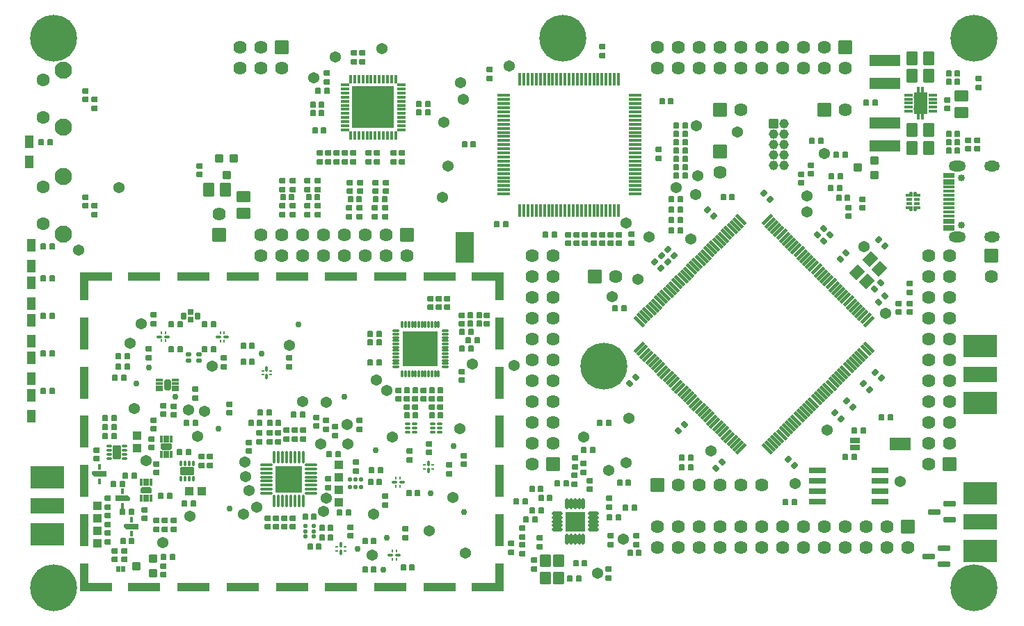
<source format=gbr>
G04 #@! TF.GenerationSoftware,KiCad,Pcbnew,8.0.4*
G04 #@! TF.CreationDate,2024-12-03T18:33:22+11:00*
G04 #@! TF.ProjectId,hackrf-one,6861636b-7266-42d6-9f6e-652e6b696361,rev?*
G04 #@! TF.SameCoordinates,PX393df48PYa6d9c50*
G04 #@! TF.FileFunction,Soldermask,Top*
G04 #@! TF.FilePolarity,Negative*
%FSLAX45Y45*%
G04 Gerber Fmt 4.5, Leading zero omitted, Abs format (unit mm)*
G04 Created by KiCad (PCBNEW 8.0.4) date 2024-12-03 18:33:22*
%MOMM*%
%LPD*%
G01*
G04 APERTURE LIST*
G04 Aperture macros list*
%AMRoundRect*
0 Rectangle with rounded corners*
0 $1 Rounding radius*
0 $2 $3 $4 $5 $6 $7 $8 $9 X,Y pos of 4 corners*
0 Add a 4 corners polygon primitive as box body*
4,1,4,$2,$3,$4,$5,$6,$7,$8,$9,$2,$3,0*
0 Add four circle primitives for the rounded corners*
1,1,$1+$1,$2,$3*
1,1,$1+$1,$4,$5*
1,1,$1+$1,$6,$7*
1,1,$1+$1,$8,$9*
0 Add four rect primitives between the rounded corners*
20,1,$1+$1,$2,$3,$4,$5,0*
20,1,$1+$1,$4,$5,$6,$7,0*
20,1,$1+$1,$6,$7,$8,$9,0*
20,1,$1+$1,$8,$9,$2,$3,0*%
%AMFreePoly0*
4,1,41,0.285355,0.785355,0.300000,0.750000,0.300000,-0.750000,0.298776,-0.752954,0.298776,-0.757725,0.289228,-0.787113,0.280147,-0.799613,0.255147,-0.817778,0.240452,-0.822553,0.225000,-0.825000,0.205109,-0.825000,0.168353,-0.840224,0.140224,-0.868353,0.125000,-0.905108,0.125000,-0.925000,0.122553,-0.940452,0.117778,-0.955147,0.099613,-0.980147,0.087113,-0.989228,0.071774,-0.994211,
0.072089,-0.994970,0.069134,-0.996194,0.060206,-0.997969,0.057725,-0.998776,0.056153,-0.998776,0.050000,-1.000000,-0.237500,-1.000000,-0.256633,-0.996194,-0.265472,-0.992533,-0.292533,-0.965474,-0.292533,-0.965472,-0.296194,-0.956633,-0.300000,-0.937500,-0.300000,-0.756250,-0.299160,-0.752027,-0.300000,-0.750000,-0.300000,0.750000,-0.285355,0.785355,-0.250000,0.800000,0.250000,0.800000,
0.285355,0.785355,0.285355,0.785355,$1*%
%AMFreePoly1*
4,1,32,0.119135,0.396194,0.154490,0.381549,0.181549,0.354490,0.196194,0.319135,0.200000,0.300000,0.200000,-0.300000,0.196194,-0.319135,0.181549,-0.354490,0.154490,-0.381549,0.119135,-0.396194,0.100000,-0.400000,-0.100000,-0.400000,-0.119135,-0.396194,-0.154490,-0.381549,-0.181549,-0.354490,-0.196194,-0.319135,-0.200000,-0.300000,-0.200000,0.000000,-0.300000,0.000000,-0.319135,0.003806,
-0.354490,0.018451,-0.381549,0.045510,-0.396194,0.080865,-0.400000,0.100000,-0.400000,0.300000,-0.396194,0.319135,-0.381549,0.354490,-0.354490,0.381549,-0.319135,0.396194,-0.300000,0.400000,0.100000,0.400000,0.119135,0.396194,0.119135,0.396194,$1*%
%AMFreePoly2*
4,1,32,0.319135,0.396194,0.354490,0.381549,0.381549,0.354490,0.396194,0.319135,0.400000,0.300000,0.400000,0.100000,0.396194,0.080865,0.381549,0.045510,0.354490,0.018451,0.319135,0.003806,0.300000,0.000000,0.200000,0.000000,0.200000,-0.300000,0.196194,-0.319135,0.181549,-0.354490,0.154490,-0.381549,0.119135,-0.396194,0.100000,-0.400000,-0.100000,-0.400000,-0.119135,-0.396194,
-0.154490,-0.381549,-0.181549,-0.354490,-0.196194,-0.319135,-0.200000,-0.300000,-0.200000,0.300000,-0.196194,0.319135,-0.181549,0.354490,-0.154490,0.381549,-0.119135,0.396194,-0.100000,0.400000,0.300000,0.400000,0.319135,0.396194,0.319135,0.396194,$1*%
%AMFreePoly3*
4,1,32,0.119135,0.396194,0.154490,0.381549,0.181549,0.354490,0.196194,0.319135,0.200000,0.300000,0.200000,0.000000,0.300000,0.000000,0.319135,-0.003806,0.354490,-0.018451,0.381549,-0.045510,0.396194,-0.080865,0.400000,-0.100000,0.400000,-0.300000,0.396194,-0.319135,0.381549,-0.354490,0.354490,-0.381549,0.319135,-0.396194,0.300000,-0.400000,-0.100000,-0.400000,-0.119135,-0.396194,
-0.154490,-0.381549,-0.181549,-0.354490,-0.196194,-0.319135,-0.200000,-0.300000,-0.200000,0.300000,-0.196194,0.319135,-0.181549,0.354490,-0.154490,0.381549,-0.119135,0.396194,-0.100000,0.400000,0.100000,0.400000,0.119135,0.396194,0.119135,0.396194,$1*%
%AMFreePoly4*
4,1,32,0.119135,0.396194,0.154490,0.381549,0.181549,0.354490,0.196194,0.319135,0.200000,0.300000,0.200000,-0.300000,0.196194,-0.319135,0.181549,-0.354490,0.154490,-0.381549,0.119135,-0.396194,0.100000,-0.400000,-0.300000,-0.400000,-0.319135,-0.396194,-0.354490,-0.381549,-0.381549,-0.354490,-0.396194,-0.319135,-0.400000,-0.300000,-0.400000,-0.100000,-0.396194,-0.080865,-0.381549,-0.045510,
-0.354490,-0.018451,-0.319135,-0.003806,-0.300000,0.000000,-0.200000,0.000000,-0.200000,0.300000,-0.196194,0.319135,-0.181549,0.354490,-0.154490,0.381549,-0.119135,0.396194,-0.100000,0.400000,0.100000,0.400000,0.119135,0.396194,0.119135,0.396194,$1*%
G04 Aperture macros list end*
%ADD10RoundRect,0.050000X-0.500000X0.750000X-0.500000X-0.750000X0.500000X-0.750000X0.500000X0.750000X0*%
%ADD11C,0.762000*%
%ADD12RoundRect,0.101600X-0.279400X0.254000X-0.279400X-0.254000X0.279400X-0.254000X0.279400X0.254000X0*%
%ADD13RoundRect,0.101600X0.279400X-0.254000X0.279400X0.254000X-0.279400X0.254000X-0.279400X-0.254000X0*%
%ADD14RoundRect,0.101600X0.254000X0.279400X-0.254000X0.279400X-0.254000X-0.279400X0.254000X-0.279400X0*%
%ADD15RoundRect,0.101600X-0.254000X-0.279400X0.254000X-0.279400X0.254000X0.279400X-0.254000X0.279400X0*%
%ADD16RoundRect,0.101600X0.720090X-0.575310X0.720090X0.575310X-0.720090X0.575310X-0.720090X-0.575310X0*%
%ADD17RoundRect,0.101600X-0.575310X-0.720090X0.575310X-0.720090X0.575310X0.720090X-0.575310X0.720090X0*%
%ADD18RoundRect,0.101600X0.377171X0.017961X0.017961X0.377171X-0.377171X-0.017961X-0.017961X-0.377171X0*%
%ADD19RoundRect,0.101600X-0.017961X0.377171X-0.377171X0.017961X0.017961X-0.377171X0.377171X-0.017961X0*%
%ADD20RoundRect,0.101600X-0.377171X-0.017961X-0.017961X-0.377171X0.377171X0.017961X0.017961X0.377171X0*%
%ADD21RoundRect,0.101600X0.017961X-0.377171X0.377171X-0.017961X-0.017961X0.377171X-0.377171X0.017961X0*%
%ADD22RoundRect,0.101600X-0.720090X0.575310X-0.720090X-0.575310X0.720090X-0.575310X0.720090X0.575310X0*%
%ADD23RoundRect,0.101600X0.575310X0.720090X-0.575310X0.720090X-0.575310X-0.720090X0.575310X-0.720090X0*%
%ADD24C,0.700000*%
%ADD25C,5.700000*%
%ADD26RoundRect,0.050000X-1.025000X1.825000X-1.025000X-1.825000X1.025000X-1.825000X1.025000X1.825000X0*%
%ADD27RoundRect,0.101600X-0.431800X0.431800X-0.431800X-0.431800X0.431800X-0.431800X0.431800X0.431800X0*%
%ADD28RoundRect,0.101600X0.431800X-0.431800X0.431800X0.431800X-0.431800X0.431800X-0.431800X-0.431800X0*%
%ADD29RoundRect,0.050000X-1.850390X0.599440X-1.850390X-0.599440X1.850390X-0.599440X1.850390X0.599440X0*%
%ADD30RoundRect,0.101600X0.431800X0.431800X-0.431800X0.431800X-0.431800X-0.431800X0.431800X-0.431800X0*%
%ADD31RoundRect,0.050000X-0.762000X-0.762000X0.762000X-0.762000X0.762000X0.762000X-0.762000X0.762000X0*%
%ADD32C,1.624000*%
%ADD33RoundRect,0.050000X1.995000X0.890000X-1.995000X0.890000X-1.995000X-0.890000X1.995000X-0.890000X0*%
%ADD34RoundRect,0.050000X1.995000X1.332500X-1.995000X1.332500X-1.995000X-1.332500X1.995000X-1.332500X0*%
%ADD35RoundRect,0.050000X-0.762000X0.762000X-0.762000X-0.762000X0.762000X-0.762000X0.762000X0.762000X0*%
%ADD36RoundRect,0.050000X-1.995000X-0.890000X1.995000X-0.890000X1.995000X0.890000X-1.995000X0.890000X0*%
%ADD37RoundRect,0.050000X-1.995000X-1.332500X1.995000X-1.332500X1.995000X1.332500X-1.995000X1.332500X0*%
%ADD38RoundRect,0.050000X0.762000X0.762000X-0.762000X0.762000X-0.762000X-0.762000X0.762000X-0.762000X0*%
%ADD39C,1.370000*%
%ADD40RoundRect,0.050000X0.762000X-0.762000X0.762000X0.762000X-0.762000X0.762000X-0.762000X-0.762000X0*%
%ADD41RoundRect,0.050000X-0.533400X0.533400X-0.533400X-0.533400X0.533400X-0.533400X0.533400X0.533400X0*%
%ADD42C,1.166800*%
%ADD43RoundRect,0.050000X-0.457200X-0.457200X0.457200X-0.457200X0.457200X0.457200X-0.457200X0.457200X0*%
%ADD44RoundRect,0.050000X-0.457200X0.457200X-0.457200X-0.457200X0.457200X-0.457200X0.457200X0.457200X0*%
%ADD45C,2.100000*%
%ADD46C,1.600000*%
%ADD47RoundRect,0.050000X-0.165100X0.204470X-0.165100X-0.204470X0.165100X-0.204470X0.165100X0.204470X0*%
%ADD48RoundRect,0.050000X-0.204470X-0.165100X0.204470X-0.165100X0.204470X0.165100X-0.204470X0.165100X0*%
%ADD49RoundRect,0.050000X0.275590X-0.124460X0.275590X0.124460X-0.275590X0.124460X-0.275590X-0.124460X0*%
%ADD50RoundRect,0.050000X-0.250190X-0.199390X0.250190X-0.199390X0.250190X0.199390X-0.250190X0.199390X0*%
%ADD51R,3.326880X3.326880*%
%ADD52O,0.422240X1.492240*%
%ADD53O,1.492240X0.422240*%
%ADD54RoundRect,0.050000X0.250190X0.350520X-0.250190X0.350520X-0.250190X-0.350520X0.250190X-0.350520X0*%
%ADD55RoundRect,0.050000X0.299720X0.250190X-0.299720X0.250190X-0.299720X-0.250190X0.299720X-0.250190X0*%
%ADD56RoundRect,0.050000X0.100000X0.075000X-0.100000X0.075000X-0.100000X-0.075000X0.100000X-0.075000X0*%
%ADD57O,0.300000X1.200000*%
%ADD58RoundRect,0.050000X0.110789X-0.010211X-0.010211X0.110789X-0.110789X0.010211X0.010211X-0.110789X0*%
%ADD59RoundRect,0.050000X0.100000X0.650000X-0.100000X0.650000X-0.100000X-0.650000X0.100000X-0.650000X0*%
%ADD60RoundRect,0.050000X0.250000X0.600000X-0.250000X0.600000X-0.250000X-0.600000X0.250000X-0.600000X0*%
%ADD61O,0.300000X1.300000*%
%ADD62RoundRect,0.050000X0.400000X0.120000X-0.400000X0.120000X-0.400000X-0.120000X0.400000X-0.120000X0*%
%ADD63RoundRect,0.050000X-0.075000X0.100000X-0.075000X-0.100000X0.075000X-0.100000X0.075000X0.100000X0*%
%ADD64O,1.200000X0.300000*%
%ADD65RoundRect,0.050000X0.010211X0.110789X-0.110789X-0.010211X-0.010211X-0.110789X0.110789X0.010211X0*%
%ADD66RoundRect,0.050000X-0.650000X0.100000X-0.650000X-0.100000X0.650000X-0.100000X0.650000X0.100000X0*%
%ADD67RoundRect,0.050000X-0.600000X0.250000X-0.600000X-0.250000X0.600000X-0.250000X0.600000X0.250000X0*%
%ADD68O,1.300000X0.300000*%
%ADD69RoundRect,0.050000X-0.120000X0.400000X-0.120000X-0.400000X0.120000X-0.400000X0.120000X0.400000X0*%
%ADD70RoundRect,0.050000X0.075000X-0.100000X0.075000X0.100000X-0.075000X0.100000X-0.075000X-0.100000X0*%
%ADD71RoundRect,0.050000X-0.010211X-0.110789X0.110789X0.010211X0.010211X0.110789X-0.110789X-0.010211X0*%
%ADD72RoundRect,0.050000X0.650000X-0.100000X0.650000X0.100000X-0.650000X0.100000X-0.650000X-0.100000X0*%
%ADD73RoundRect,0.050000X0.600000X-0.250000X0.600000X0.250000X-0.600000X0.250000X-0.600000X-0.250000X0*%
%ADD74RoundRect,0.050000X0.120000X-0.400000X0.120000X0.400000X-0.120000X0.400000X-0.120000X-0.400000X0*%
%ADD75R,4.321800X4.321800*%
%ADD76O,0.346600X0.971600*%
%ADD77O,0.971600X0.346600*%
%ADD78R,5.096800X5.096800*%
%ADD79O,0.422240X1.042240*%
%ADD80O,1.042240X0.422240*%
%ADD81R,2.451880X2.451880*%
%ADD82O,0.462240X1.342240*%
%ADD83O,1.342240X0.462240*%
%ADD84RoundRect,0.050000X0.952500X0.317500X-0.952500X0.317500X-0.952500X-0.317500X0.952500X-0.317500X0*%
%ADD85C,0.685000*%
%ADD86RoundRect,0.050000X0.412500X0.600000X-0.412500X0.600000X-0.412500X-0.600000X0.412500X-0.600000X0*%
%ADD87RoundRect,0.050000X0.140000X0.700000X-0.140000X0.700000X-0.140000X-0.700000X0.140000X-0.700000X0*%
%ADD88RoundRect,0.050000X0.425000X0.140000X-0.425000X0.140000X-0.425000X-0.140000X0.425000X-0.140000X0*%
%ADD89RoundRect,0.050000X0.426562X0.634904X-0.634904X-0.426562X-0.426562X-0.634904X0.634904X0.426562X0*%
%ADD90RoundRect,0.050000X-0.634904X0.426562X0.426562X-0.634904X0.634904X-0.426562X-0.426562X0.634904X0*%
%ADD91RoundRect,0.050000X-0.147320X0.750570X-0.147320X-0.750570X0.147320X-0.750570X0.147320X0.750570X0*%
%ADD92RoundRect,0.050000X-0.750570X-0.147320X0.750570X-0.147320X0.750570X0.147320X-0.750570X0.147320X0*%
%ADD93RoundRect,0.050000X0.599440X-0.699770X0.599440X0.699770X-0.599440X0.699770X-0.599440X-0.699770X0*%
%ADD94RoundRect,0.050000X-0.070944X-0.918680X0.918680X0.070944X0.070944X0.918680X-0.918680X-0.070944X0*%
%ADD95RoundRect,0.050000X-1.200000X-0.750000X1.200000X-0.750000X1.200000X0.750000X-1.200000X0.750000X0*%
%ADD96RoundRect,0.050000X-0.550000X-0.300000X0.550000X-0.300000X0.550000X0.300000X-0.550000X0.300000X0*%
%ADD97RoundRect,0.050000X0.500000X-1.675000X0.500000X1.675000X-0.500000X1.675000X-0.500000X-1.675000X0*%
%ADD98RoundRect,0.050000X0.500000X-1.900000X0.500000X1.900000X-0.500000X1.900000X-0.500000X-1.900000X0*%
%ADD99RoundRect,0.050000X-1.925000X-0.500000X1.925000X-0.500000X1.925000X0.500000X-1.925000X0.500000X0*%
%ADD100RoundRect,0.050000X-1.900000X-0.500000X1.900000X-0.500000X1.900000X0.500000X-1.900000X0.500000X0*%
%ADD101RoundRect,0.087500X-0.212500X-0.087500X0.212500X-0.087500X0.212500X0.087500X-0.212500X0.087500X0*%
%ADD102RoundRect,0.050000X-0.450000X-0.800000X0.450000X-0.800000X0.450000X0.800000X-0.450000X0.800000X0*%
%ADD103RoundRect,0.087500X-0.087500X0.212500X-0.087500X-0.212500X0.087500X-0.212500X0.087500X0.212500X0*%
%ADD104RoundRect,0.050000X-0.800000X0.450000X-0.800000X-0.450000X0.800000X-0.450000X0.800000X0.450000X0*%
%ADD105RoundRect,0.050000X0.075000X-0.150000X0.075000X0.150000X-0.075000X0.150000X-0.075000X-0.150000X0*%
%ADD106RoundRect,0.050000X0.255000X-0.100000X0.255000X0.100000X-0.255000X0.100000X-0.255000X-0.100000X0*%
%ADD107RoundRect,0.050000X-0.075000X0.150000X-0.075000X-0.150000X0.075000X-0.150000X0.075000X0.150000X0*%
%ADD108RoundRect,0.050000X-0.255000X0.100000X-0.255000X-0.100000X0.255000X-0.100000X0.255000X0.100000X0*%
%ADD109RoundRect,0.050000X-0.150000X-0.075000X0.150000X-0.075000X0.150000X0.075000X-0.150000X0.075000X0*%
%ADD110RoundRect,0.050000X-0.100000X-0.255000X0.100000X-0.255000X0.100000X0.255000X-0.100000X0.255000X0*%
%ADD111RoundRect,0.050000X-0.135000X0.275000X-0.135000X-0.275000X0.135000X-0.275000X0.135000X0.275000X0*%
%ADD112FreePoly0,270.000000*%
%ADD113RoundRect,0.050000X0.135000X-0.275000X0.135000X0.275000X-0.135000X0.275000X-0.135000X-0.275000X0*%
%ADD114FreePoly0,90.000000*%
%ADD115RoundRect,0.175000X0.612500X0.175000X-0.612500X0.175000X-0.612500X-0.175000X0.612500X-0.175000X0*%
%ADD116RoundRect,0.050000X-0.175000X-0.300000X0.175000X-0.300000X0.175000X0.300000X-0.175000X0.300000X0*%
%ADD117FreePoly1,90.000000*%
%ADD118RoundRect,0.050000X-0.300000X-0.100000X0.300000X-0.100000X0.300000X0.100000X-0.300000X0.100000X0*%
%ADD119RoundRect,0.050000X0.300000X0.100000X-0.300000X0.100000X-0.300000X-0.100000X0.300000X-0.100000X0*%
%ADD120FreePoly2,90.000000*%
%ADD121FreePoly3,90.000000*%
%ADD122FreePoly4,90.000000*%
%ADD123C,0.850000*%
%ADD124O,2.100000X1.300000*%
%ADD125O,1.900000X1.300000*%
%ADD126RoundRect,0.050000X0.650000X-0.150000X0.650000X0.150000X-0.650000X0.150000X-0.650000X-0.150000X0*%
G04 APERTURE END LIST*
D10*
G04 #@! TO.C,D6*
X-993000Y4261200D03*
X-993000Y4511200D03*
G04 #@! TD*
G04 #@! TO.C,D4*
X-993000Y5175600D03*
X-993000Y5425600D03*
G04 #@! TD*
G04 #@! TO.C,D8*
X-993000Y6090000D03*
X-993000Y6340000D03*
G04 #@! TD*
G04 #@! TO.C,D5*
X-993000Y4718400D03*
X-993000Y4968400D03*
G04 #@! TD*
G04 #@! TO.C,D2*
X-993000Y5632800D03*
X-993000Y5882800D03*
G04 #@! TD*
D11*
G04 #@! TO.C,TESTPOINT-30MIL-MASKONLY*
X1811402Y5020092D03*
G04 #@! TD*
G04 #@! TO.C,TESTPOINT-30MIL-MASKONLY*
X1290460Y4104260D03*
G04 #@! TD*
G04 #@! TO.C,TESTPOINT-30MIL-MASKONLY*
X437516Y4848642D03*
G04 #@! TD*
G04 #@! TO.C,TESTPOINT-30MIL-MASKONLY*
X285370Y4654840D03*
G04 #@! TD*
G04 #@! TO.C,TESTPOINT-30MIL-MASKONLY*
X2258200Y5376800D03*
G04 #@! TD*
G04 #@! TO.C,TESTPOINT-30MIL-MASKONLY*
X1420000Y3133980D03*
G04 #@! TD*
G04 #@! TO.C,TESTPOINT-30MIL-MASKONLY*
X4271900Y3095026D03*
G04 #@! TD*
G04 #@! TO.C,TESTPOINT-30MIL-MASKONLY*
X3291206Y2390176D03*
G04 #@! TD*
G04 #@! TO.C,TESTPOINT-30MIL-MASKONLY*
X3332594Y2774692D03*
G04 #@! TD*
G04 #@! TO.C,TESTPOINT-30MIL-MASKONLY*
X2981580Y2643668D03*
G04 #@! TD*
G04 #@! TO.C,TESTPOINT-30MIL-MASKONLY*
X761860Y4497320D03*
G04 #@! TD*
G04 #@! TO.C,TESTPOINT-30MIL-MASKONLY*
X3870820Y3323840D03*
G04 #@! TD*
G04 #@! TO.C,TESTPOINT-30MIL-MASKONLY*
X2816226Y4501170D03*
G04 #@! TD*
G04 #@! TO.C,TESTPOINT-30MIL-MASKONLY*
X3203068Y3842040D03*
G04 #@! TD*
G04 #@! TO.C,TESTPOINT-30MIL-MASKONLY*
X4151504Y3898936D03*
G04 #@! TD*
D10*
G04 #@! TO.C,D7*
X-1020000Y7355000D03*
X-1020000Y7605000D03*
G04 #@! TD*
D12*
G04 #@! TO.C,C1*
X1989640Y3018660D03*
X1989640Y2911980D03*
G04 #@! TD*
G04 #@! TO.C,C2*
X1888040Y3018660D03*
X1888040Y2911980D03*
G04 #@! TD*
G04 #@! TO.C,C3*
X2192840Y3018660D03*
X2192840Y2911980D03*
G04 #@! TD*
G04 #@! TO.C,C4*
X2091240Y3018660D03*
X2091240Y2911980D03*
G04 #@! TD*
D13*
G04 #@! TO.C,C5*
X2114100Y3983860D03*
X2114100Y4090540D03*
G04 #@! TD*
G04 #@! TO.C,C6*
X2215700Y3983860D03*
X2215700Y4090540D03*
G04 #@! TD*
D14*
G04 #@! TO.C,C7*
X3641740Y2412380D03*
X3535060Y2412380D03*
G04 #@! TD*
D12*
G04 #@! TO.C,C8*
X4271900Y3778540D03*
X4271900Y3671860D03*
G04 #@! TD*
D13*
G04 #@! TO.C,C9*
X1420000Y4299840D03*
X1420000Y4406520D03*
G04 #@! TD*
D12*
G04 #@! TO.C,C12*
X1659440Y3940680D03*
X1659440Y3834000D03*
G04 #@! TD*
D14*
G04 #@! TO.C,C13*
X1788980Y4179440D03*
X1682300Y4179440D03*
G04 #@! TD*
D13*
G04 #@! TO.C,C14*
X1913440Y3948300D03*
X1913440Y4054980D03*
G04 #@! TD*
D15*
G04 #@! TO.C,C15*
X1910900Y4179440D03*
X2017580Y4179440D03*
G04 #@! TD*
D13*
G04 #@! TO.C,C16*
X3566020Y2777740D03*
X3566020Y2884420D03*
G04 #@! TD*
D15*
G04 #@! TO.C,C17*
X1120240Y5076180D03*
X1226920Y5076180D03*
G04 #@! TD*
G04 #@! TO.C,C18*
X713840Y5076180D03*
X820520Y5076180D03*
G04 #@! TD*
G04 #@! TO.C,C20*
X1587360Y5117120D03*
X1694040Y5117120D03*
G04 #@! TD*
D14*
G04 #@! TO.C,C21*
X3177160Y2732060D03*
X3070480Y2732060D03*
G04 #@! TD*
D15*
G04 #@! TO.C,C22*
X2400160Y2668520D03*
X2506840Y2668520D03*
G04 #@! TD*
D13*
G04 #@! TO.C,C23*
X3006980Y4098580D03*
X3006980Y4205260D03*
G04 #@! TD*
D12*
G04 #@! TO.C,C24*
X2148700Y4967220D03*
X2148700Y4860540D03*
G04 #@! TD*
D15*
G04 #@! TO.C,C25*
X2545900Y2896740D03*
X2652580Y2896740D03*
G04 #@! TD*
D14*
G04 #@! TO.C,C26*
X820520Y5380980D03*
X713840Y5380980D03*
G04 #@! TD*
D15*
G04 #@! TO.C,C27*
X1120240Y5380980D03*
X1226920Y5380980D03*
G04 #@! TD*
G04 #@! TO.C,C28*
X2545900Y2782440D03*
X2652580Y2782440D03*
G04 #@! TD*
D13*
G04 #@! TO.C,C30*
X1353680Y4863080D03*
X1353680Y4969760D03*
G04 #@! TD*
G04 #@! TO.C,C31*
X439520Y4972040D03*
X439520Y5078720D03*
G04 #@! TD*
D14*
G04 #@! TO.C,C32*
X3177160Y2389160D03*
X3070480Y2389160D03*
G04 #@! TD*
D13*
G04 #@! TO.C,C33*
X2891340Y2802760D03*
X2891340Y2909440D03*
G04 #@! TD*
G04 #@! TO.C,C34*
X2711000Y4024500D03*
X2711000Y4131180D03*
G04 #@! TD*
G04 #@! TO.C,C35*
X2596700Y4100700D03*
X2596700Y4207380D03*
G04 #@! TD*
G04 #@! TO.C,C36*
X2482400Y4138800D03*
X2482400Y4245480D03*
G04 #@! TD*
D14*
G04 #@! TO.C,C37*
X2307140Y4278500D03*
X2200460Y4278500D03*
G04 #@! TD*
D15*
G04 #@! TO.C,C38*
X71220Y4987280D03*
X177900Y4987280D03*
G04 #@! TD*
D13*
G04 #@! TO.C,C39*
X1010540Y4482120D03*
X1010540Y4588800D03*
G04 #@! TD*
D15*
G04 #@! TO.C,C40*
X71220Y4862820D03*
X177900Y4862820D03*
G04 #@! TD*
G04 #@! TO.C,C41*
X2759260Y3087240D03*
X2865940Y3087240D03*
G04 #@! TD*
D14*
G04 #@! TO.C,C42*
X2738940Y3798440D03*
X2632260Y3798440D03*
G04 #@! TD*
G04 #@! TO.C,C43*
X134240Y4728500D03*
X27560Y4728500D03*
G04 #@! TD*
D13*
G04 #@! TO.C,C44*
X744080Y4273840D03*
X744080Y4380520D03*
G04 #@! TD*
D15*
G04 #@! TO.C,C45*
X3149460Y3598160D03*
X3256140Y3598160D03*
G04 #@! TD*
D14*
G04 #@! TO.C,C46*
X3245980Y3453380D03*
X3139300Y3453380D03*
G04 #@! TD*
D13*
G04 #@! TO.C,C47*
X4096640Y3560100D03*
X4096640Y3666780D03*
G04 #@! TD*
G04 #@! TO.C,C48*
X3847960Y3816640D03*
X3847960Y3923320D03*
G04 #@! TD*
D12*
G04 #@! TO.C,C49*
X2965000Y3699380D03*
X2965000Y3592700D03*
G04 #@! TD*
D13*
G04 #@! TO.C,C50*
X477380Y3875020D03*
X477380Y3981700D03*
G04 #@! TD*
D14*
G04 #@! TO.C,C51*
X3710800Y3323840D03*
X3604120Y3323840D03*
G04 #@! TD*
G04 #@! TO.C,C52*
X15100Y4017260D03*
X-91580Y4017260D03*
G04 #@! TD*
G04 #@! TO.C,C53*
X15100Y4123940D03*
X-91580Y4123940D03*
G04 #@! TD*
D12*
G04 #@! TO.C,C54*
X3319640Y3283200D03*
X3319640Y3176520D03*
G04 #@! TD*
D15*
G04 #@! TO.C,C55*
X899920Y4176120D03*
X1006600Y4176120D03*
G04 #@! TD*
D13*
G04 #@! TO.C,C56*
X3619120Y3730280D03*
X3619120Y3836960D03*
G04 #@! TD*
G04 #@! TO.C,C57*
X619620Y4283960D03*
X619620Y4390640D03*
G04 #@! TD*
G04 #@! TO.C,C58*
X-195720Y3740400D03*
X-195720Y3847080D03*
G04 #@! TD*
D15*
G04 #@! TO.C,C59*
X815200Y3821680D03*
X921880Y3821680D03*
G04 #@! TD*
D12*
G04 #@! TO.C,C60*
X495160Y4212840D03*
X495160Y4106160D03*
G04 #@! TD*
D13*
G04 #@! TO.C,C61*
X530720Y3572760D03*
X530720Y3679440D03*
G04 #@! TD*
D12*
G04 #@! TO.C,C63*
X744080Y2986020D03*
X744080Y2879340D03*
G04 #@! TD*
G04 #@! TO.C,C64*
X391020Y3118100D03*
X391020Y3011420D03*
G04 #@! TD*
D13*
G04 #@! TO.C,C65*
X637400Y2879340D03*
X637400Y2986020D03*
G04 #@! TD*
G04 #@! TO.C,C66*
X530720Y2879340D03*
X530720Y2986020D03*
G04 #@! TD*
D12*
G04 #@! TO.C,C67*
X4988020Y2893700D03*
X4988020Y2787020D03*
G04 #@! TD*
D13*
G04 #@! TO.C,C68*
X5626240Y3644520D03*
X5626240Y3751200D03*
G04 #@! TD*
D15*
G04 #@! TO.C,C69*
X5735460Y3842640D03*
X5842140Y3842640D03*
G04 #@! TD*
D12*
G04 #@! TO.C,C70*
X4988020Y2690500D03*
X4988020Y2583820D03*
G04 #@! TD*
G04 #@! TO.C,C71*
X2928240Y7467560D03*
X2928240Y7360880D03*
G04 #@! TD*
G04 #@! TO.C,C72*
X2826640Y7467560D03*
X2826640Y7360880D03*
G04 #@! TD*
G04 #@! TO.C,C73*
X3220340Y7467560D03*
X3220340Y7360880D03*
G04 #@! TD*
G04 #@! TO.C,C74*
X3118740Y7467560D03*
X3118740Y7360880D03*
G04 #@! TD*
G04 #@! TO.C,C75*
X3423540Y7467560D03*
X3423540Y7360880D03*
G04 #@! TD*
G04 #@! TO.C,C76*
X3525140Y7467560D03*
X3525140Y7360880D03*
G04 #@! TD*
D13*
G04 #@! TO.C,C77*
X3042540Y8580080D03*
X3042540Y8686760D03*
G04 #@! TD*
G04 #@! TO.C,C78*
X2940940Y8580080D03*
X2940940Y8686760D03*
G04 #@! TD*
D14*
G04 #@! TO.C,C79*
X2606930Y8220670D03*
X2500250Y8220670D03*
G04 #@! TD*
D13*
G04 #@! TO.C,C80*
X2604390Y8332430D03*
X2604390Y8439110D03*
G04 #@! TD*
D14*
G04 #@! TO.C,C81*
X2543430Y7953970D03*
X2436750Y7953970D03*
G04 #@! TD*
G04 #@! TO.C,C82*
X2543430Y8055570D03*
X2436750Y8055570D03*
G04 #@! TD*
G04 #@! TO.C,C83*
X2568830Y7738070D03*
X2462150Y7738070D03*
G04 #@! TD*
D12*
G04 #@! TO.C,C84*
X3478150Y4574830D03*
X3478150Y4468150D03*
G04 #@! TD*
G04 #@! TO.C,C85*
X3782950Y4574830D03*
X3782950Y4468150D03*
G04 #@! TD*
G04 #@! TO.C,C86*
X4252850Y4803430D03*
X4252850Y4696750D03*
G04 #@! TD*
D15*
G04 #@! TO.C,C87*
X4250310Y5080290D03*
X4356990Y5080290D03*
G04 #@! TD*
G04 #@! TO.C,C88*
X4326510Y5181890D03*
X4433190Y5181890D03*
G04 #@! TD*
G04 #@! TO.C,C89*
X4250310Y5283490D03*
X4356990Y5283490D03*
G04 #@! TD*
D13*
G04 #@! TO.C,C90*
X3871850Y5585750D03*
X3871850Y5692430D03*
G04 #@! TD*
G04 #@! TO.C,C91*
X3973450Y5585750D03*
X3973450Y5692430D03*
G04 #@! TD*
D14*
G04 #@! TO.C,C92*
X3239390Y5258090D03*
X3132710Y5258090D03*
G04 #@! TD*
G04 #@! TO.C,C93*
X3239390Y5156490D03*
X3132710Y5156490D03*
G04 #@! TD*
G04 #@! TO.C,C94*
X3239390Y4915190D03*
X3132710Y4915190D03*
G04 #@! TD*
D15*
G04 #@! TO.C,C95*
X2072260Y6924000D03*
X2178940Y6924000D03*
G04 #@! TD*
G04 #@! TO.C,C96*
X2384680Y6924000D03*
X2491360Y6924000D03*
G04 #@! TD*
D12*
G04 #@! TO.C,C97*
X2521840Y7467560D03*
X2521840Y7360880D03*
G04 #@! TD*
G04 #@! TO.C,C98*
X2623440Y7467560D03*
X2623440Y7360880D03*
G04 #@! TD*
G04 #@! TO.C,C99*
X3579750Y4473230D03*
X3579750Y4366550D03*
G04 #@! TD*
G04 #@! TO.C,C100*
X2725040Y7467560D03*
X2725040Y7360880D03*
G04 #@! TD*
D15*
G04 #@! TO.C,C101*
X2891410Y6899870D03*
X2998090Y6899870D03*
G04 #@! TD*
D12*
G04 #@! TO.C,C102*
X3681350Y4473230D03*
X3681350Y4366550D03*
G04 #@! TD*
D15*
G04 #@! TO.C,C103*
X3203830Y6899870D03*
X3310510Y6899870D03*
G04 #@! TD*
D12*
G04 #@! TO.C,C104*
X3884550Y4473230D03*
X3884550Y4366550D03*
G04 #@! TD*
D16*
G04 #@! TO.C,C105*
X1595260Y6733160D03*
X1595260Y6936360D03*
G04 #@! TD*
D13*
G04 #@! TO.C,C106*
X4075050Y5585750D03*
X4075050Y5692430D03*
G04 #@! TD*
G04 #@! TO.C,C107*
X3327020Y7000200D03*
X3327020Y7106880D03*
G04 #@! TD*
G04 #@! TO.C,C108*
X3200020Y7000200D03*
X3200020Y7106880D03*
G04 #@! TD*
G04 #@! TO.C,C109*
X3014600Y7000200D03*
X3014600Y7106880D03*
G04 #@! TD*
G04 #@! TO.C,C110*
X2887600Y7000200D03*
X2887600Y7106880D03*
G04 #@! TD*
D12*
G04 #@! TO.C,C111*
X3986150Y4473230D03*
X3986150Y4366550D03*
G04 #@! TD*
G04 #@! TO.C,C112*
X4252850Y5489230D03*
X4252850Y5382550D03*
G04 #@! TD*
G04 #@! TO.C,C113*
X5195120Y2776740D03*
X5195120Y2670060D03*
G04 #@! TD*
G04 #@! TO.C,C114*
X4557650Y5489230D03*
X4557650Y5382550D03*
G04 #@! TD*
D14*
G04 #@! TO.C,C115*
X5214760Y3108580D03*
X5108080Y3108580D03*
G04 #@! TD*
G04 #@! TO.C,C116*
X5019180Y3215260D03*
X4912500Y3215260D03*
G04 #@! TD*
G04 #@! TO.C,C118*
X9023340Y3760000D03*
X8916660Y3760000D03*
G04 #@! TD*
D13*
G04 #@! TO.C,C119*
X5804720Y3368560D03*
X5804720Y3475240D03*
G04 #@! TD*
G04 #@! TO.C,C120*
X6042800Y3154300D03*
X6042800Y3260980D03*
G04 #@! TD*
D14*
G04 #@! TO.C,C121*
X5136020Y2999360D03*
X5029340Y2999360D03*
G04 #@! TD*
G04 #@! TO.C,C122*
X5517020Y3438780D03*
X5410340Y3438780D03*
G04 #@! TD*
D15*
G04 #@! TO.C,C123*
X3725800Y7964130D03*
X3832480Y7964130D03*
G04 #@! TD*
G04 #@! TO.C,C124*
X3725800Y8065730D03*
X3832480Y8065730D03*
G04 #@! TD*
G04 #@! TO.C,C125*
X10173360Y7490680D03*
X10280040Y7490680D03*
G04 #@! TD*
D17*
G04 #@! TO.C,C126*
X9731400Y7528780D03*
X9934600Y7528780D03*
G04 #@! TD*
G04 #@! TO.C,C127*
X9731400Y7744680D03*
X9934600Y7744680D03*
G04 #@! TD*
D18*
G04 #@! TO.C,C128*
X8002345Y6904348D03*
X7926911Y6979782D03*
G04 #@! TD*
G04 #@! TO.C,C129*
X7310865Y6697802D03*
X7235431Y6773236D03*
G04 #@! TD*
G04 #@! TO.C,C130*
X6673267Y6060204D03*
X6597833Y6135638D03*
G04 #@! TD*
D14*
G04 #@! TO.C,C131*
X6223140Y5569840D03*
X6116460Y5569840D03*
G04 #@! TD*
D19*
G04 #@! TO.C,C132*
X6367537Y4736337D03*
X6292103Y4660903D03*
G04 #@! TD*
G04 #@! TO.C,C133*
X6960635Y4159982D03*
X6885201Y4084548D03*
G04 #@! TD*
G04 #@! TO.C,C134*
X7418628Y3701989D03*
X7343194Y3626554D03*
G04 #@! TD*
D20*
G04 #@! TO.C,C135*
X8223259Y3737910D03*
X8298693Y3662475D03*
G04 #@! TD*
G04 #@! TO.C,C136*
X8789015Y4303666D03*
X8864450Y4228232D03*
G04 #@! TD*
G04 #@! TO.C,C137*
X8932700Y4447350D03*
X9008134Y4371916D03*
G04 #@! TD*
G04 #@! TO.C,C138*
X9139245Y4653896D03*
X9214680Y4578462D03*
G04 #@! TD*
G04 #@! TO.C,C139*
X9282930Y4797580D03*
X9358364Y4722146D03*
G04 #@! TD*
D21*
G04 #@! TO.C,C140*
X9322283Y5652283D03*
X9397717Y5727717D03*
G04 #@! TD*
G04 #@! TO.C,C141*
X8573489Y6473296D03*
X8648924Y6548730D03*
G04 #@! TD*
G04 #@! TO.C,C142*
X8851877Y6176947D03*
X8927311Y6252381D03*
G04 #@! TD*
D22*
G04 #@! TO.C,C143*
X10328300Y8163780D03*
X10328300Y7960580D03*
G04 #@! TD*
D14*
G04 #@! TO.C,C144*
X8295260Y3212120D03*
X8188580Y3212120D03*
G04 #@! TD*
D23*
G04 #@! TO.C,C145*
X9934600Y8405080D03*
X9731400Y8405080D03*
G04 #@! TD*
G04 #@! TO.C,C146*
X9934600Y8620980D03*
X9731400Y8620980D03*
G04 #@! TD*
D12*
G04 #@! TO.C,C147*
X10163200Y8115520D03*
X10163200Y8008840D03*
G04 #@! TD*
G04 #@! TO.C,C148*
X6646800Y7507260D03*
X6646800Y7400580D03*
G04 #@! TD*
D15*
G04 #@! TO.C,C149*
X6685420Y8099680D03*
X6792100Y8099680D03*
G04 #@! TD*
D13*
G04 #@! TO.C,C150*
X5961000Y8657880D03*
X5961000Y8764560D03*
G04 #@! TD*
G04 #@! TO.C,C151*
X4589400Y8378480D03*
X4589400Y8485160D03*
G04 #@! TD*
D15*
G04 #@! TO.C,C152*
X5268100Y6469000D03*
X5374780Y6469000D03*
G04 #@! TD*
D14*
G04 #@! TO.C,C153*
X4388740Y7568220D03*
X4282060Y7568220D03*
G04 #@! TD*
G04 #@! TO.C,C154*
X4782960Y6601080D03*
X4676280Y6601080D03*
G04 #@! TD*
G04 #@! TO.C,C156*
X5209680Y3370200D03*
X5103000Y3370200D03*
G04 #@! TD*
D21*
G04 #@! TO.C,C157*
X9273949Y5808757D03*
X9349384Y5884191D03*
G04 #@! TD*
D18*
G04 #@! TO.C,C158*
X9397717Y6332283D03*
X9322283Y6407717D03*
G04 #@! TD*
D14*
G04 #@! TO.C,C159*
X6032640Y4172840D03*
X5925960Y4172840D03*
G04 #@! TD*
D12*
G04 #@! TO.C,C160*
X1188580Y3768340D03*
X1188580Y3661660D03*
G04 #@! TD*
D14*
G04 #@! TO.C,C162*
X982332Y3195824D03*
X875652Y3195824D03*
G04 #@! TD*
D15*
G04 #@! TO.C,C163*
X-89294Y4232144D03*
X17386Y4232144D03*
G04 #@! TD*
G04 #@! TO.C,C164*
X9026660Y4080000D03*
X9133340Y4080000D03*
G04 #@! TD*
D14*
G04 #@! TO.C,C165*
X6403480Y2590420D03*
X6296800Y2590420D03*
G04 #@! TD*
D12*
G04 #@! TO.C,C166*
X4851540Y2709800D03*
X4851540Y2603120D03*
G04 #@! TD*
G04 #@! TO.C,C167*
X1059320Y7312280D03*
X1059320Y7205600D03*
G04 #@! TD*
D14*
G04 #@! TO.C,C168*
X6908940Y6519800D03*
X6802260Y6519800D03*
G04 #@! TD*
G04 #@! TO.C,C169*
X5671440Y2279940D03*
X5564760Y2279940D03*
G04 #@! TD*
D13*
G04 #@! TO.C,C170*
X5130000Y2396660D03*
X5130000Y2503340D03*
G04 #@! TD*
D15*
G04 #@! TO.C,C171*
X619620Y2541520D03*
X726300Y2541520D03*
G04 #@! TD*
D23*
G04 #@! TO.C,FB2*
X1373760Y7017040D03*
X1170560Y7017040D03*
G04 #@! TD*
D24*
G04 #@! TO.C,J4*
X-940000Y8870000D03*
X-875000Y9025000D03*
X-875000Y8715000D03*
X-720000Y9090000D03*
D25*
X-720000Y8870000D03*
D24*
X-720000Y8650000D03*
X-565000Y9025000D03*
X-565000Y8715000D03*
X-500000Y8870000D03*
G04 #@! TD*
G04 #@! TO.C,J5*
X-940000Y2170000D03*
X-875000Y2325000D03*
X-875000Y2015000D03*
X-720000Y2390000D03*
D25*
X-720000Y2170000D03*
D24*
X-720000Y1950000D03*
X-565000Y2325000D03*
X-565000Y2015000D03*
X-500000Y2170000D03*
G04 #@! TD*
G04 #@! TO.C,J6*
X10260000Y2170000D03*
X10325000Y2325000D03*
X10325000Y2015000D03*
X10480000Y2390000D03*
D25*
X10480000Y2170000D03*
D24*
X10480000Y1950000D03*
X10635000Y2325000D03*
X10635000Y2015000D03*
X10700000Y2170000D03*
G04 #@! TD*
G04 #@! TO.C,J7*
X10260000Y8870000D03*
X10325000Y9025000D03*
X10325000Y8715000D03*
X10480000Y9090000D03*
D25*
X10480000Y8870000D03*
D24*
X10480000Y8650000D03*
X10635000Y9025000D03*
X10635000Y8715000D03*
X10700000Y8870000D03*
G04 #@! TD*
G04 #@! TO.C,J8*
X5260000Y8870000D03*
X5325000Y9025000D03*
X5325000Y8715000D03*
X5480000Y9090000D03*
D25*
X5480000Y8870000D03*
D24*
X5480000Y8650000D03*
X5635000Y9025000D03*
X5635000Y8715000D03*
X5700000Y8870000D03*
G04 #@! TD*
G04 #@! TO.C,J9*
X5760000Y4870000D03*
X5825000Y5025000D03*
X5825000Y4715000D03*
X5980000Y5090000D03*
D25*
X5980000Y4870000D03*
D24*
X5980000Y4650000D03*
X6135000Y5025000D03*
X6135000Y4715000D03*
X6200000Y4870000D03*
G04 #@! TD*
D26*
G04 #@! TO.C,J10*
X4280000Y6320000D03*
G04 #@! TD*
D15*
G04 #@! TO.C,L1*
X2342700Y3036440D03*
X2449380Y3036440D03*
G04 #@! TD*
D27*
G04 #@! TO.C,L2*
X2749100Y3366640D03*
X2749100Y3214240D03*
G04 #@! TD*
D28*
G04 #@! TO.C,L3*
X2749100Y3519040D03*
X2749100Y3671440D03*
G04 #@! TD*
D12*
G04 #@! TO.C,L4*
X2622100Y3496180D03*
X2622100Y3389500D03*
G04 #@! TD*
D27*
G04 #@! TO.C,L5*
X299580Y4022340D03*
X299580Y3869940D03*
G04 #@! TD*
D15*
G04 #@! TO.C,L6*
X3577210Y4267490D03*
X3683890Y4267490D03*
G04 #@! TD*
G04 #@! TO.C,L7*
X3577210Y4572290D03*
X3683890Y4572290D03*
G04 #@! TD*
G04 #@! TO.C,L8*
X3882010Y4267490D03*
X3988690Y4267490D03*
G04 #@! TD*
G04 #@! TO.C,L9*
X3882010Y4572290D03*
X3988690Y4572290D03*
G04 #@! TD*
D29*
G04 #@! TO.C,L10*
X9401200Y7833834D03*
X9401200Y7553926D03*
G04 #@! TD*
G04 #@! TO.C,L11*
X9401200Y8595834D03*
X9401200Y8315926D03*
G04 #@! TD*
D30*
G04 #@! TO.C,L12*
X1086980Y3341620D03*
X934580Y3341620D03*
G04 #@! TD*
D28*
G04 #@! TO.C,L13*
X-183020Y3016500D03*
X-183020Y3168900D03*
G04 #@! TD*
D31*
G04 #@! TO.C,P1*
X7389000Y7993000D03*
D32*
X7643000Y7993000D03*
G04 #@! TD*
D33*
G04 #@! TO.C,P2*
X10558500Y4770000D03*
D34*
X10558500Y4420750D03*
X10558500Y5119250D03*
G04 #@! TD*
D35*
G04 #@! TO.C,P3*
X7389000Y7485000D03*
D32*
X7389000Y7231000D03*
G04 #@! TD*
D36*
G04 #@! TO.C,P4*
X-798500Y3170000D03*
D37*
X-798500Y3519250D03*
X-798500Y2820750D03*
G04 #@! TD*
D38*
G04 #@! TO.C,P5*
X2055000Y8755000D03*
D32*
X2055000Y8501000D03*
X1801000Y8755000D03*
X1801000Y8501000D03*
X1547000Y8755000D03*
X1547000Y8501000D03*
G04 #@! TD*
D39*
G04 #@! TO.C,P6*
X2595500Y3262920D03*
G04 #@! TD*
G04 #@! TO.C,P7*
X1752220Y3153700D03*
G04 #@! TD*
D31*
G04 #@! TO.C,P8*
X8659000Y7993000D03*
D32*
X8913000Y7993000D03*
G04 #@! TD*
D38*
G04 #@! TO.C,P9*
X3579000Y6469000D03*
D32*
X3579000Y6215000D03*
X3325000Y6469000D03*
X3325000Y6215000D03*
X3071000Y6469000D03*
X3071000Y6215000D03*
X2817000Y6469000D03*
X2817000Y6215000D03*
X2563000Y6469000D03*
X2563000Y6215000D03*
X2309000Y6469000D03*
X2309000Y6215000D03*
X2055000Y6469000D03*
X2055000Y6215000D03*
X1801000Y6469000D03*
X1801000Y6215000D03*
G04 #@! TD*
D39*
G04 #@! TO.C,P13*
X1656220Y3352420D03*
G04 #@! TD*
G04 #@! TO.C,P14*
X4379100Y4899280D03*
G04 #@! TD*
G04 #@! TO.C,P15*
X5897500Y2345980D03*
G04 #@! TD*
D33*
G04 #@! TO.C,P16*
X10558500Y2970000D03*
D34*
X10558500Y2620750D03*
X10558500Y3319250D03*
G04 #@! TD*
D39*
G04 #@! TO.C,P17*
X1607960Y3700400D03*
G04 #@! TD*
G04 #@! TO.C,P18*
X6215000Y2760000D03*
G04 #@! TD*
G04 #@! TO.C,P19*
X2565540Y3103500D03*
G04 #@! TD*
D40*
G04 #@! TO.C,P20*
X10183000Y3675000D03*
D32*
X9929000Y3675000D03*
X10183000Y3929000D03*
X9929000Y3929000D03*
X10183000Y4183000D03*
X9929000Y4183000D03*
X10183000Y4437000D03*
X9929000Y4437000D03*
X10183000Y4691000D03*
X9929000Y4691000D03*
X10183000Y4945000D03*
X9929000Y4945000D03*
X10183000Y5199000D03*
X9929000Y5199000D03*
X10183000Y5453000D03*
X9929000Y5453000D03*
X10183000Y5707000D03*
X9929000Y5707000D03*
X10183000Y5961000D03*
X9929000Y5961000D03*
X10183000Y6215000D03*
X9929000Y6215000D03*
G04 #@! TD*
D39*
G04 #@! TO.C,P21*
X1613040Y3525140D03*
G04 #@! TD*
D38*
G04 #@! TO.C,P22*
X9675000Y2913000D03*
D32*
X9675000Y2659000D03*
X9421000Y2913000D03*
X9421000Y2659000D03*
X9167000Y2913000D03*
X9167000Y2659000D03*
X8913000Y2913000D03*
X8913000Y2659000D03*
X8659000Y2913000D03*
X8659000Y2659000D03*
X8405000Y2913000D03*
X8405000Y2659000D03*
X8151000Y2913000D03*
X8151000Y2659000D03*
X7897000Y2913000D03*
X7897000Y2659000D03*
X7643000Y2913000D03*
X7643000Y2659000D03*
X7389000Y2913000D03*
X7389000Y2659000D03*
X7135000Y2913000D03*
X7135000Y2659000D03*
X6881000Y2913000D03*
X6881000Y2659000D03*
X6627000Y2913000D03*
X6627000Y2659000D03*
G04 #@! TD*
D39*
G04 #@! TO.C,P23*
X8453260Y6943980D03*
G04 #@! TD*
G04 #@! TO.C,P24*
X8452740Y6750340D03*
G04 #@! TD*
D31*
G04 #@! TO.C,P25*
X6627000Y3421000D03*
D32*
X6881000Y3421000D03*
X7135000Y3421000D03*
X7389000Y3421000D03*
X7643000Y3421000D03*
X7897000Y3421000D03*
G04 #@! TD*
D41*
G04 #@! TO.C,P26*
X8046260Y7823340D03*
D42*
X8173260Y7823340D03*
X8046260Y7696340D03*
X8173260Y7696340D03*
X8046260Y7569340D03*
X8173260Y7569340D03*
X8046260Y7442340D03*
X8173260Y7442340D03*
X8046260Y7315340D03*
X8173260Y7315340D03*
G04 #@! TD*
D39*
G04 #@! TO.C,P27*
X2309000Y4439540D03*
G04 #@! TD*
D40*
G04 #@! TO.C,P28*
X5357000Y3675000D03*
D32*
X5103000Y3675000D03*
X5357000Y3929000D03*
X5103000Y3929000D03*
X5357000Y4183000D03*
X5103000Y4183000D03*
X5357000Y4437000D03*
X5103000Y4437000D03*
X5357000Y4691000D03*
X5103000Y4691000D03*
X5357000Y4945000D03*
X5103000Y4945000D03*
X5357000Y5199000D03*
X5103000Y5199000D03*
X5357000Y5453000D03*
X5103000Y5453000D03*
X5357000Y5707000D03*
X5103000Y5707000D03*
X5357000Y5961000D03*
X5103000Y5961000D03*
X5357000Y6215000D03*
X5103000Y6215000D03*
G04 #@! TD*
D31*
G04 #@! TO.C,P29*
X5865000Y5961000D03*
D32*
X6119000Y5961000D03*
G04 #@! TD*
D38*
G04 #@! TO.C,P30*
X8913000Y8755000D03*
D32*
X8913000Y8501000D03*
X8659000Y8755000D03*
X8659000Y8501000D03*
X8405000Y8755000D03*
X8405000Y8501000D03*
X8151000Y8755000D03*
X8151000Y8501000D03*
X7897000Y8755000D03*
X7897000Y8501000D03*
X7643000Y8755000D03*
X7643000Y8501000D03*
X7389000Y8755000D03*
X7389000Y8501000D03*
X7135000Y8755000D03*
X7135000Y8501000D03*
X6881000Y8755000D03*
X6881000Y8501000D03*
X6627000Y8755000D03*
X6627000Y8501000D03*
G04 #@! TD*
D39*
G04 #@! TO.C,P31*
X2527440Y3921380D03*
G04 #@! TD*
G04 #@! TO.C,P32*
X2852040Y4157000D03*
G04 #@! TD*
G04 #@! TO.C,P33*
X2865260Y3918840D03*
G04 #@! TD*
G04 #@! TO.C,P34*
X3853040Y2861560D03*
G04 #@! TD*
G04 #@! TO.C,P35*
X4292460Y2594860D03*
G04 #@! TD*
D40*
G04 #@! TO.C,P36*
X1293000Y6469000D03*
D32*
X1293000Y6723000D03*
G04 #@! TD*
D39*
G04 #@! TO.C,P37*
X6251080Y3695320D03*
G04 #@! TD*
G04 #@! TO.C,P38*
X6281560Y4236340D03*
G04 #@! TD*
G04 #@! TO.C,P39*
X2712860Y8638160D03*
G04 #@! TD*
G04 #@! TO.C,P40*
X6525400Y6443600D03*
G04 #@! TD*
G04 #@! TO.C,P41*
X7033400Y6418200D03*
G04 #@! TD*
G04 #@! TO.C,P43*
X3172600Y3070480D03*
G04 #@! TD*
G04 #@! TO.C,P44*
X1211440Y4873240D03*
G04 #@! TD*
G04 #@! TO.C,P46*
X919620Y4340480D03*
G04 #@! TD*
G04 #@! TO.C,P47*
X213500Y5153280D03*
G04 #@! TD*
G04 #@! TO.C,P48*
X1028560Y4017260D03*
G04 #@! TD*
G04 #@! TO.C,P50*
X7282320Y3835020D03*
G04 #@! TD*
G04 #@! TO.C,P52*
X259956Y4354064D03*
G04 #@! TD*
G04 #@! TO.C,P53*
X6080900Y5717160D03*
G04 #@! TD*
G04 #@! TO.C,P54*
X2443620Y8386700D03*
G04 #@! TD*
G04 #@! TO.C,P55*
X3210700Y4701160D03*
G04 #@! TD*
G04 #@! TO.C,P56*
X3335160Y4571620D03*
G04 #@! TD*
G04 #@! TO.C,P57*
X4884560Y4876420D03*
G04 #@! TD*
G04 #@! TO.C,P58*
X4013340Y6923660D03*
G04 #@! TD*
G04 #@! TO.C,P59*
X5735460Y4002660D03*
G04 #@! TD*
G04 #@! TO.C,P60*
X6035180Y3596260D03*
G04 #@! TD*
G04 #@! TO.C,P61*
X4076840Y7312280D03*
G04 #@! TD*
G04 #@! TO.C,P62*
X4269360Y8124480D03*
G04 #@! TD*
G04 #@! TO.C,P63*
X4236340Y8322600D03*
G04 #@! TD*
G04 #@! TO.C,P64*
X3273680Y8741700D03*
G04 #@! TD*
G04 #@! TO.C,P65*
X4028580Y7840600D03*
G04 #@! TD*
G04 #@! TO.C,P66*
X4823600Y8523860D03*
G04 #@! TD*
G04 #@! TO.C,P67*
X9410000Y5510000D03*
G04 #@! TD*
G04 #@! TO.C,P68*
X8697100Y4091560D03*
G04 #@! TD*
G04 #@! TO.C,P69*
X8660000Y7460000D03*
G04 #@! TD*
G04 #@! TO.C,P70*
X-416420Y6286120D03*
G04 #@! TD*
G04 #@! TO.C,P72*
X9144140Y6329300D03*
G04 #@! TD*
G04 #@! TO.C,P73*
X6858140Y7048120D03*
G04 #@! TD*
G04 #@! TO.C,P74*
X7093840Y6961160D03*
G04 #@! TD*
G04 #@! TO.C,P75*
X7604900Y7721220D03*
G04 #@! TD*
G04 #@! TO.C,P76*
X7119760Y7187820D03*
G04 #@! TD*
G04 #@! TO.C,P77*
X7099440Y7802500D03*
G04 #@! TD*
G04 #@! TO.C,P78*
X6251080Y6613780D03*
G04 #@! TD*
G04 #@! TO.C,P79*
X6388240Y5927980D03*
G04 #@! TD*
D35*
G04 #@! TO.C,P80*
X10691000Y6215000D03*
D32*
X10691000Y5961000D03*
G04 #@! TD*
D39*
G04 #@! TO.C,P81*
X9583560Y3466720D03*
G04 #@! TD*
G04 #@! TO.C,P82*
X8305940Y3441320D03*
G04 #@! TD*
G04 #@! TO.C,P83*
X4140060Y3273040D03*
G04 #@! TD*
G04 #@! TO.C,P84*
X3157360Y2570100D03*
G04 #@! TD*
G04 #@! TO.C,P85*
X2598560Y4429380D03*
G04 #@! TD*
G04 #@! TO.C,P86*
X2146160Y5124700D03*
G04 #@! TD*
G04 #@! TO.C,P87*
X606920Y2719320D03*
G04 #@! TD*
G04 #@! TO.C,P88*
X1117460Y4319520D03*
G04 #@! TD*
G04 #@! TO.C,P89*
X1592720Y3070480D03*
G04 #@! TD*
G04 #@! TO.C,P91*
X3406280Y4007740D03*
G04 #@! TD*
G04 #@! TO.C,P92*
X4224160Y4111880D03*
G04 #@! TD*
D43*
G04 #@! TO.C,Q3*
X1384440Y7200520D03*
X1473340Y7403720D03*
X1295540Y7403720D03*
G04 #@! TD*
D44*
G04 #@! TO.C,Q4*
X286880Y2434840D03*
X490080Y2345940D03*
X490080Y2523740D03*
G04 #@! TD*
G04 #@! TO.C,Q5*
X9068400Y7290000D03*
X9271600Y7201100D03*
X9271600Y7378900D03*
G04 #@! TD*
D12*
G04 #@! TO.C,R1*
X1786440Y4054980D03*
X1786440Y3948300D03*
G04 #@! TD*
D14*
G04 #@! TO.C,R2*
X1903280Y4306440D03*
X1796600Y4306440D03*
G04 #@! TD*
D13*
G04 #@! TO.C,R3*
X2015040Y3948300D03*
X2015040Y4054980D03*
G04 #@! TD*
D12*
G04 #@! TO.C,R4*
X2317300Y4090540D03*
X2317300Y3983860D03*
G04 #@! TD*
D20*
G04 #@! TO.C,R5*
X6678183Y6214617D03*
X6753617Y6139183D03*
G04 #@! TD*
G04 #@! TO.C,R6*
X6754383Y6290817D03*
X6829817Y6215383D03*
G04 #@! TD*
D13*
G04 #@! TO.C,R7*
X-332600Y6822060D03*
X-332600Y6928740D03*
G04 #@! TD*
D12*
G04 #@! TO.C,R8*
X2062100Y7129740D03*
X2062100Y7023060D03*
G04 #@! TD*
G04 #@! TO.C,R9*
X2189100Y7129740D03*
X2189100Y7023060D03*
G04 #@! TD*
G04 #@! TO.C,R10*
X2374520Y7129740D03*
X2374520Y7023060D03*
G04 #@! TD*
D14*
G04 #@! TO.C,R11*
X7536320Y6931280D03*
X7429640Y6931280D03*
G04 #@! TD*
D12*
G04 #@! TO.C,R13*
X2501520Y7129740D03*
X2501520Y7023060D03*
G04 #@! TD*
G04 #@! TO.C,R14*
X2501520Y6824940D03*
X2501520Y6718260D03*
G04 #@! TD*
G04 #@! TO.C,R15*
X2374520Y6824940D03*
X2374520Y6718260D03*
G04 #@! TD*
G04 #@! TO.C,R16*
X2189100Y6824940D03*
X2189100Y6718260D03*
G04 #@! TD*
G04 #@! TO.C,R17*
X2062100Y6824940D03*
X2062100Y6718260D03*
G04 #@! TD*
D15*
G04 #@! TO.C,R18*
X-843140Y5935600D03*
X-736460Y5935600D03*
G04 #@! TD*
D13*
G04 #@! TO.C,R19*
X-223380Y8010780D03*
X-223380Y8117460D03*
G04 #@! TD*
D12*
G04 #@! TO.C,R20*
X2881250Y6800810D03*
X2881250Y6694130D03*
G04 #@! TD*
G04 #@! TO.C,R21*
X3008250Y6800810D03*
X3008250Y6694130D03*
G04 #@! TD*
G04 #@! TO.C,R22*
X3193670Y6800810D03*
X3193670Y6694130D03*
G04 #@! TD*
G04 #@! TO.C,R23*
X3320670Y6800810D03*
X3320670Y6694130D03*
G04 #@! TD*
D15*
G04 #@! TO.C,R25*
X4351910Y5385090D03*
X4458590Y5385090D03*
G04 #@! TD*
G04 #@! TO.C,R26*
X4351910Y5486690D03*
X4458590Y5486690D03*
G04 #@! TD*
G04 #@! TO.C,R27*
X6243460Y3139060D03*
X6350140Y3139060D03*
G04 #@! TD*
G04 #@! TO.C,R28*
X6169800Y3451480D03*
X6276480Y3451480D03*
G04 #@! TD*
D13*
G04 #@! TO.C,R30*
X-223380Y6715380D03*
X-223380Y6822060D03*
G04 #@! TD*
D12*
G04 #@! TO.C,R31*
X5623700Y3540380D03*
X5623700Y3433700D03*
G04 #@! TD*
G04 #@! TO.C,R32*
X5735460Y3682620D03*
X5735460Y3575940D03*
G04 #@! TD*
D13*
G04 #@! TO.C,R33*
X6373000Y2697100D03*
X6373000Y2803780D03*
G04 #@! TD*
D15*
G04 #@! TO.C,R34*
X5214240Y3257840D03*
X5320920Y3257840D03*
G04 #@! TD*
G04 #@! TO.C,R37*
X8836660Y6920000D03*
X8943340Y6920000D03*
G04 #@! TD*
G04 #@! TO.C,R41*
X6802260Y6646800D03*
X6908940Y6646800D03*
G04 #@! TD*
D14*
G04 #@! TO.C,R46*
X10280040Y7693880D03*
X10173360Y7693880D03*
G04 #@! TD*
D15*
G04 #@! TO.C,R47*
X10173360Y7592280D03*
X10280040Y7592280D03*
G04 #@! TD*
D14*
G04 #@! TO.C,R48*
X9461640Y4246500D03*
X9354960Y4246500D03*
G04 #@! TD*
D12*
G04 #@! TO.C,R49*
X-332600Y8224140D03*
X-332600Y8117460D03*
G04 #@! TD*
D14*
G04 #@! TO.C,R51*
X8913340Y7440000D03*
X8806660Y7440000D03*
G04 #@! TD*
D13*
G04 #@! TO.C,R52*
X10540000Y8266660D03*
X10540000Y8373340D03*
G04 #@! TD*
D15*
G04 #@! TO.C,R54*
X9170060Y8074880D03*
X9276740Y8074880D03*
G04 #@! TD*
D14*
G04 #@! TO.C,R55*
X10280040Y8328880D03*
X10173360Y8328880D03*
G04 #@! TD*
G04 #@! TO.C,R56*
X10280040Y8430480D03*
X10173360Y8430480D03*
G04 #@! TD*
D13*
G04 #@! TO.C,R57*
X9130000Y6796660D03*
X9130000Y6903340D03*
G04 #@! TD*
G04 #@! TO.C,R58*
X8960000Y6696660D03*
X8960000Y6803340D03*
G04 #@! TD*
D14*
G04 #@! TO.C,R59*
X7035940Y3631820D03*
X6929260Y3631820D03*
G04 #@! TD*
D15*
G04 #@! TO.C,R62*
X8746660Y7180000D03*
X8853340Y7180000D03*
G04 #@! TD*
D12*
G04 #@! TO.C,R63*
X8498980Y7319900D03*
X8498980Y7213220D03*
G04 #@! TD*
D13*
G04 #@! TO.C,R64*
X8384680Y7104000D03*
X8384680Y7210680D03*
G04 #@! TD*
D14*
G04 #@! TO.C,R65*
X8843340Y7040000D03*
X8736660Y7040000D03*
G04 #@! TD*
G04 #@! TO.C,R66*
X8618360Y7610000D03*
X8511680Y7610000D03*
G04 #@! TD*
G04 #@! TO.C,R67*
X6908940Y6900800D03*
X6802260Y6900800D03*
G04 #@! TD*
G04 #@! TO.C,R68*
X6908940Y6773800D03*
X6802260Y6773800D03*
G04 #@! TD*
D21*
G04 #@! TO.C,R69*
X8654312Y6392473D03*
X8729746Y6467908D03*
G04 #@! TD*
D15*
G04 #@! TO.C,R72*
X-843140Y5478400D03*
X-736460Y5478400D03*
G04 #@! TD*
G04 #@! TO.C,R73*
X-843140Y5021200D03*
X-736460Y5021200D03*
G04 #@! TD*
G04 #@! TO.C,R74*
X-843140Y4564000D03*
X-736460Y4564000D03*
G04 #@! TD*
G04 #@! TO.C,R75*
X-868540Y7599300D03*
X-761860Y7599300D03*
G04 #@! TD*
G04 #@! TO.C,R76*
X-843140Y6329300D03*
X-736460Y6329300D03*
G04 #@! TD*
D14*
G04 #@! TO.C,R77*
X6966840Y7796820D03*
X6860160Y7796820D03*
G04 #@! TD*
G04 #@! TO.C,R78*
X6966840Y7695220D03*
X6860160Y7695220D03*
G04 #@! TD*
G04 #@! TO.C,R79*
X6966840Y7593620D03*
X6860160Y7593620D03*
G04 #@! TD*
G04 #@! TO.C,R80*
X6966840Y7492020D03*
X6860160Y7492020D03*
G04 #@! TD*
G04 #@! TO.C,R81*
X6966840Y7390420D03*
X6860160Y7390420D03*
G04 #@! TD*
D12*
G04 #@! TO.C,R85*
X6037720Y2394840D03*
X6037720Y2288160D03*
G04 #@! TD*
D14*
G04 #@! TO.C,R86*
X6966840Y7288820D03*
X6860160Y7288820D03*
G04 #@! TD*
G04 #@! TO.C,R87*
X6966840Y7187220D03*
X6860160Y7187220D03*
G04 #@! TD*
D13*
G04 #@! TO.C,R88*
X6314580Y6369940D03*
X6314580Y6476620D03*
G04 #@! TD*
G04 #@! TO.C,R89*
X6161660Y6366800D03*
X6161660Y6473480D03*
G04 #@! TD*
G04 #@! TO.C,R90*
X6060060Y6366800D03*
X6060060Y6473480D03*
G04 #@! TD*
G04 #@! TO.C,R91*
X5958460Y6366800D03*
X5958460Y6473480D03*
G04 #@! TD*
D14*
G04 #@! TO.C,R93*
X7035940Y3751200D03*
X6929260Y3751200D03*
G04 #@! TD*
G04 #@! TO.C,R94*
X6154560Y3027300D03*
X6047880Y3027300D03*
G04 #@! TD*
D13*
G04 #@! TO.C,R96*
X5856860Y6366800D03*
X5856860Y6473480D03*
G04 #@! TD*
G04 #@! TO.C,R98*
X5750700Y6364860D03*
X5750700Y6471540D03*
G04 #@! TD*
G04 #@! TO.C,R99*
X5649100Y6364860D03*
X5649100Y6471540D03*
G04 #@! TD*
G04 #@! TO.C,R100*
X5547500Y6364860D03*
X5547500Y6471540D03*
G04 #@! TD*
D14*
G04 #@! TO.C,R104*
X5743760Y2469400D03*
X5637080Y2469400D03*
G04 #@! TD*
D13*
G04 #@! TO.C,R105*
X6058720Y2695460D03*
X6058720Y2802140D03*
G04 #@! TD*
D45*
G04 #@! TO.C,SW1*
X-601000Y7180500D03*
X-601000Y6479500D03*
D46*
X-850000Y7055000D03*
X-850000Y6605000D03*
G04 #@! TD*
D45*
G04 #@! TO.C,SW2*
X-601000Y8480500D03*
X-601000Y7779500D03*
D46*
X-850000Y8355000D03*
X-850000Y7905000D03*
G04 #@! TD*
D47*
G04 #@! TO.C,T1*
X2445570Y2792600D03*
X2445570Y2858640D03*
X2445570Y2924680D03*
X2346510Y2924680D03*
X2346510Y2858640D03*
X2346510Y2792600D03*
G04 #@! TD*
D48*
G04 #@! TO.C,T2*
X3018340Y3492370D03*
X2952300Y3492370D03*
X2886260Y3492370D03*
X2886260Y3393310D03*
X2952300Y3393310D03*
X3018340Y3393310D03*
G04 #@! TD*
D49*
G04 #@! TO.C,T3*
X3672968Y4065052D03*
X3672968Y4115090D03*
X3672968Y4165128D03*
X3588132Y4165128D03*
X3588132Y4115090D03*
X3588132Y4065052D03*
G04 #@! TD*
G04 #@! TO.C,T4*
X3977768Y4065052D03*
X3977768Y4115090D03*
X3977768Y4165128D03*
X3892932Y4165128D03*
X3892932Y4115090D03*
X3892932Y4065052D03*
G04 #@! TD*
D50*
G04 #@! TO.C,U3*
X920596Y5009632D03*
X920596Y4939528D03*
X1045564Y4939528D03*
X1045564Y5009632D03*
G04 #@! TD*
D51*
G04 #@! TO.C,U4*
X2142040Y3493640D03*
D52*
X2317040Y3761140D03*
X2267040Y3761140D03*
X2217040Y3761140D03*
X2167040Y3761140D03*
X2117040Y3761140D03*
X2067040Y3761140D03*
X2017040Y3761140D03*
X1967040Y3761140D03*
D53*
X1874540Y3668640D03*
X1874540Y3618640D03*
X1874540Y3568640D03*
X1874540Y3518640D03*
X1874540Y3468640D03*
X1874540Y3418640D03*
X1874540Y3368640D03*
X1874540Y3318640D03*
D52*
X1967040Y3226140D03*
X2017040Y3226140D03*
X2067040Y3226140D03*
X2117040Y3226140D03*
X2167040Y3226140D03*
X2217040Y3226140D03*
X2267040Y3226140D03*
X2317040Y3226140D03*
D53*
X2409540Y3318640D03*
X2409540Y3368640D03*
X2409540Y3418640D03*
X2409540Y3468640D03*
X2409540Y3518640D03*
X2409540Y3568640D03*
X2409540Y3618640D03*
X2409540Y3668640D03*
G04 #@! TD*
D54*
G04 #@! TO.C,U8*
X1030070Y5482580D03*
D55*
X944980Y5527538D03*
D54*
X859890Y5482580D03*
D55*
X944980Y5437622D03*
G04 #@! TD*
D56*
G04 #@! TO.C,U9*
X690100Y4597100D03*
D57*
X690100Y4644600D03*
D58*
X689100Y4590600D03*
D59*
X665100Y4639600D03*
D60*
X665100Y4639600D03*
D61*
X640100Y4639600D03*
D62*
X760100Y4579600D03*
X760100Y4619600D03*
X760100Y4659600D03*
X760100Y4699600D03*
X570100Y4699600D03*
X570100Y4659600D03*
X570100Y4619600D03*
X570100Y4579600D03*
G04 #@! TD*
D63*
G04 #@! TO.C,U12*
X693500Y3914100D03*
D64*
X646000Y3914100D03*
D65*
X700000Y3913100D03*
D66*
X651000Y3889100D03*
D67*
X651000Y3889100D03*
D68*
X651000Y3864100D03*
D69*
X711000Y3984100D03*
X671000Y3984100D03*
X631000Y3984100D03*
X591000Y3984100D03*
X591000Y3794100D03*
X631000Y3794100D03*
X671000Y3794100D03*
X711000Y3794100D03*
G04 #@! TD*
D70*
G04 #@! TO.C,U14*
X363760Y3333240D03*
D64*
X411260Y3333240D03*
D71*
X357260Y3334240D03*
D72*
X406260Y3358240D03*
D73*
X406260Y3358240D03*
D68*
X406260Y3383240D03*
D74*
X346260Y3263240D03*
X386260Y3263240D03*
X426260Y3263240D03*
X466260Y3263240D03*
X466260Y3453240D03*
X426260Y3453240D03*
X386260Y3453240D03*
X346260Y3453240D03*
G04 #@! TD*
D75*
G04 #@! TO.C,U17*
X3744850Y5080290D03*
D76*
X3524850Y4780290D03*
X3564850Y4780290D03*
X3604850Y4780290D03*
X3644850Y4780290D03*
X3684850Y4780290D03*
X3724850Y4780290D03*
X3764850Y4780290D03*
X3804850Y4780290D03*
X3844850Y4780290D03*
X3884850Y4780290D03*
X3924850Y4780290D03*
X3964850Y4780290D03*
D77*
X4044850Y4860290D03*
X4044850Y4900290D03*
X4044850Y4940290D03*
X4044850Y4980290D03*
X4044850Y5020290D03*
X4044850Y5060290D03*
X4044850Y5100290D03*
X4044850Y5140290D03*
X4044850Y5180290D03*
X4044850Y5220290D03*
X4044850Y5260290D03*
X4044850Y5300290D03*
D76*
X3964850Y5380290D03*
X3924850Y5380290D03*
X3884850Y5380290D03*
X3844850Y5380290D03*
X3804850Y5380290D03*
X3764850Y5380290D03*
X3724850Y5380290D03*
X3684850Y5380290D03*
X3644850Y5380290D03*
X3604850Y5380290D03*
X3564850Y5380290D03*
X3524850Y5380290D03*
D77*
X3444850Y5300290D03*
X3444850Y5260290D03*
X3444850Y5220290D03*
X3444850Y5180290D03*
X3444850Y5140290D03*
X3444850Y5100290D03*
X3444850Y5060290D03*
X3444850Y5020290D03*
X3444850Y4980290D03*
X3444850Y4940290D03*
X3444850Y4900290D03*
X3444850Y4860290D03*
G04 #@! TD*
D78*
G04 #@! TO.C,U18*
X3169540Y8023820D03*
D79*
X2894540Y7678820D03*
X2944540Y7678820D03*
X2994540Y7678820D03*
X3044540Y7678820D03*
X3094540Y7678820D03*
X3144540Y7678820D03*
X3194540Y7678820D03*
X3244540Y7678820D03*
X3294540Y7678820D03*
X3344540Y7678820D03*
X3394540Y7678820D03*
X3444540Y7678820D03*
D80*
X3514540Y7748820D03*
X3514540Y7798820D03*
X3514540Y7848820D03*
X3514540Y7898820D03*
X3514540Y7948820D03*
X3514540Y7998820D03*
X3514540Y8048820D03*
X3514540Y8098820D03*
X3514540Y8148820D03*
X3514540Y8198820D03*
X3514540Y8248820D03*
X3514540Y8298820D03*
D79*
X3444540Y8368820D03*
X3394540Y8368820D03*
X3344540Y8368820D03*
X3294540Y8368820D03*
X3244540Y8368820D03*
X3194540Y8368820D03*
X3144540Y8368820D03*
X3094540Y8368820D03*
X3044540Y8368820D03*
X2994540Y8368820D03*
X2944540Y8368820D03*
X2894540Y8368820D03*
D80*
X2824540Y8298820D03*
X2824540Y8248820D03*
X2824540Y8198820D03*
X2824540Y8148820D03*
X2824540Y8098820D03*
X2824540Y8048820D03*
X2824540Y7998820D03*
X2824540Y7948820D03*
X2824540Y7898820D03*
X2824540Y7848820D03*
X2824540Y7798820D03*
X2824540Y7748820D03*
G04 #@! TD*
D81*
G04 #@! TO.C,U19*
X5626920Y2977400D03*
D82*
X5526920Y2757400D03*
X5576920Y2757400D03*
X5626920Y2757400D03*
X5676920Y2757400D03*
X5726920Y2757400D03*
D83*
X5846920Y2877400D03*
X5846920Y2927400D03*
X5846920Y2977400D03*
X5846920Y3027400D03*
X5846920Y3077400D03*
D82*
X5726920Y3197400D03*
X5676920Y3197400D03*
X5626920Y3197400D03*
X5576920Y3197400D03*
X5526920Y3197400D03*
D83*
X5406920Y3077400D03*
X5406920Y3027400D03*
X5406920Y2977400D03*
X5406920Y2927400D03*
X5406920Y2877400D03*
G04 #@! TD*
D84*
G04 #@! TO.C,U20*
X9336660Y3214660D03*
X9336660Y3341660D03*
X9336660Y3468660D03*
X9336660Y3595660D03*
X8574660Y3595660D03*
X8574660Y3468660D03*
X8574660Y3341660D03*
X8574660Y3214660D03*
G04 #@! TD*
D85*
G04 #@! TO.C,U21*
X9883000Y7999880D03*
X9883000Y8149880D03*
D86*
X9874000Y8014880D03*
X9874000Y8134880D03*
D87*
X9858000Y7954880D03*
X9858000Y8194880D03*
D85*
X9833000Y8074880D03*
D87*
X9808000Y7954880D03*
X9808000Y8194880D03*
D86*
X9792000Y8014880D03*
X9792000Y8134880D03*
D85*
X9783000Y7999880D03*
X9783000Y8149880D03*
D88*
X9983000Y7974880D03*
X9983000Y8024880D03*
X9983000Y8074880D03*
X9983000Y8124880D03*
X9983000Y8174880D03*
X9683000Y8174880D03*
X9683000Y8124880D03*
X9683000Y8074880D03*
X9683000Y8024880D03*
X9683000Y7974880D03*
G04 #@! TD*
D89*
G04 #@! TO.C,U23*
X9201389Y5414703D03*
X9166007Y5450085D03*
X9130624Y5485468D03*
X9095242Y5520850D03*
X9059860Y5556232D03*
X9024657Y5591435D03*
X8989275Y5626817D03*
X8953893Y5662199D03*
X8918511Y5697581D03*
X8883129Y5732963D03*
X8847746Y5768346D03*
X8812544Y5803548D03*
X8777162Y5838930D03*
X8741779Y5874313D03*
X8706397Y5909695D03*
X8671015Y5945077D03*
X8635633Y5980459D03*
X8600251Y6015841D03*
X8565048Y6051044D03*
X8529666Y6086426D03*
X8494284Y6121808D03*
X8458901Y6157191D03*
X8423519Y6192573D03*
X8388137Y6227955D03*
X8352755Y6263337D03*
X8317552Y6298540D03*
X8282170Y6333922D03*
X8246788Y6369304D03*
X8211405Y6404687D03*
X8176023Y6440069D03*
X8140641Y6475451D03*
X8105438Y6510654D03*
X8070056Y6546036D03*
X8034674Y6581418D03*
X7999292Y6616800D03*
X7963909Y6652182D03*
D90*
X7645649Y6652182D03*
X7610267Y6616800D03*
X7574885Y6581418D03*
X7539503Y6546036D03*
X7504120Y6510654D03*
X7468918Y6475451D03*
X7433536Y6440069D03*
X7398153Y6404687D03*
X7362771Y6369304D03*
X7327389Y6333922D03*
X7292007Y6298540D03*
X7256804Y6263337D03*
X7221422Y6227955D03*
X7186040Y6192573D03*
X7150657Y6157191D03*
X7115275Y6121808D03*
X7079893Y6086426D03*
X7044511Y6051044D03*
X7009308Y6015841D03*
X6973926Y5980459D03*
X6938544Y5945077D03*
X6903162Y5909695D03*
X6867779Y5874313D03*
X6832397Y5838930D03*
X6797015Y5803548D03*
X6761812Y5768346D03*
X6726430Y5732963D03*
X6691048Y5697581D03*
X6655666Y5662199D03*
X6620284Y5626817D03*
X6584901Y5591435D03*
X6549699Y5556232D03*
X6514317Y5520850D03*
X6478934Y5485468D03*
X6443552Y5450085D03*
X6408170Y5414703D03*
D89*
X6408170Y5096443D03*
X6443552Y5061061D03*
X6478934Y5025678D03*
X6514317Y4990296D03*
X6549699Y4954914D03*
X6584901Y4919711D03*
X6620284Y4884329D03*
X6655666Y4848947D03*
X6691048Y4813565D03*
X6726430Y4778183D03*
X6761812Y4742800D03*
X6797015Y4707598D03*
X6832397Y4672216D03*
X6867779Y4636833D03*
X6903162Y4601451D03*
X6938544Y4566069D03*
X6973926Y4530687D03*
X7009308Y4495305D03*
X7044511Y4460102D03*
X7079893Y4424720D03*
X7115275Y4389338D03*
X7150657Y4353955D03*
X7186040Y4318573D03*
X7221422Y4283191D03*
X7256804Y4247809D03*
X7292007Y4212606D03*
X7327389Y4177224D03*
X7362771Y4141842D03*
X7398153Y4106459D03*
X7433536Y4071077D03*
X7468918Y4035695D03*
X7504120Y4000492D03*
X7539503Y3965110D03*
X7574885Y3929728D03*
X7610267Y3894346D03*
X7645649Y3858964D03*
D90*
X7963909Y3858964D03*
X7999292Y3894346D03*
X8034674Y3929728D03*
X8070056Y3965110D03*
X8105438Y4000492D03*
X8140641Y4035695D03*
X8176023Y4071077D03*
X8211405Y4106459D03*
X8246788Y4141842D03*
X8282170Y4177224D03*
X8317552Y4212606D03*
X8352755Y4247809D03*
X8388137Y4283191D03*
X8423519Y4318573D03*
X8458901Y4353955D03*
X8494284Y4389338D03*
X8529666Y4424720D03*
X8565048Y4460102D03*
X8600251Y4495305D03*
X8635633Y4530687D03*
X8671015Y4566069D03*
X8706397Y4601451D03*
X8741779Y4636833D03*
X8777162Y4672216D03*
X8812544Y4707598D03*
X8847746Y4742800D03*
X8883129Y4778183D03*
X8918511Y4813565D03*
X8953893Y4848947D03*
X8989275Y4884329D03*
X9024657Y4919711D03*
X9059860Y4954914D03*
X9095242Y4990296D03*
X9130624Y5025678D03*
X9166007Y5061061D03*
X9201389Y5096443D03*
G04 #@! TD*
D91*
G04 #@! TO.C,U24*
X6154548Y8368320D03*
X6104510Y8368320D03*
X6054726Y8368320D03*
X6004688Y8368320D03*
X5954650Y8368320D03*
X5904612Y8368320D03*
X5854574Y8368320D03*
X5804536Y8368320D03*
X5754498Y8368320D03*
X5704714Y8368320D03*
X5654676Y8368320D03*
X5604638Y8368320D03*
X5554600Y8368320D03*
X5504562Y8368320D03*
X5454524Y8368320D03*
X5404486Y8368320D03*
X5354702Y8368320D03*
X5304664Y8368320D03*
X5254626Y8368320D03*
X5204588Y8368320D03*
X5154550Y8368320D03*
X5104512Y8368320D03*
X5054474Y8368320D03*
X5004690Y8368320D03*
X4954652Y8368320D03*
D92*
X4754500Y8168168D03*
X4754500Y8118130D03*
X4754500Y8068346D03*
X4754500Y8018308D03*
X4754500Y7968270D03*
X4754500Y7918232D03*
X4754500Y7868194D03*
X4754500Y7818156D03*
X4754500Y7768118D03*
X4754500Y7718334D03*
X4754500Y7668296D03*
X4754500Y7618258D03*
X4754500Y7568220D03*
X4754500Y7518182D03*
X4754500Y7468144D03*
X4754500Y7418106D03*
X4754500Y7368322D03*
X4754500Y7318284D03*
X4754500Y7268246D03*
X4754500Y7218208D03*
X4754500Y7168170D03*
X4754500Y7118132D03*
X4754500Y7068094D03*
X4754500Y7018310D03*
X4754500Y6968272D03*
D91*
X4954652Y6768120D03*
X5004690Y6768120D03*
X5054474Y6768120D03*
X5104512Y6768120D03*
X5154550Y6768120D03*
X5204588Y6768120D03*
X5254626Y6768120D03*
X5304664Y6768120D03*
X5354702Y6768120D03*
X5404486Y6768120D03*
X5454524Y6768120D03*
X5504562Y6768120D03*
X5554600Y6768120D03*
X5604638Y6768120D03*
X5654676Y6768120D03*
X5704714Y6768120D03*
X5754498Y6768120D03*
X5804536Y6768120D03*
X5854574Y6768120D03*
X5904612Y6768120D03*
X5954650Y6768120D03*
X6004688Y6768120D03*
X6054726Y6768120D03*
X6104510Y6768120D03*
X6154548Y6768120D03*
D92*
X6354700Y6968272D03*
X6354700Y7018310D03*
X6354700Y7068094D03*
X6354700Y7118132D03*
X6354700Y7168170D03*
X6354700Y7218208D03*
X6354700Y7268246D03*
X6354700Y7318284D03*
X6354700Y7368322D03*
X6354700Y7418106D03*
X6354700Y7468144D03*
X6354700Y7518182D03*
X6354700Y7568220D03*
X6354700Y7618258D03*
X6354700Y7668296D03*
X6354700Y7718334D03*
X6354700Y7768118D03*
X6354700Y7818156D03*
X6354700Y7868194D03*
X6354700Y7918232D03*
X6354700Y7968270D03*
X6354700Y8018308D03*
X6354700Y8068346D03*
X6354700Y8118130D03*
X6354700Y8168168D03*
G04 #@! TD*
D93*
G04 #@! TO.C,X1*
X5427530Y2283218D03*
X5427530Y2503182D03*
X5267510Y2503182D03*
X5267510Y2283218D03*
G04 #@! TD*
D94*
G04 #@! TO.C,X2*
X9173730Y5900715D03*
X9329268Y6056253D03*
X9216117Y6169404D03*
X9060579Y6013866D03*
G04 #@! TD*
D95*
G04 #@! TO.C,X3*
X9585000Y3920000D03*
D96*
X9030000Y3965000D03*
X9030000Y3875000D03*
G04 #@! TD*
D39*
G04 #@! TO.C,P51*
X943216Y3040630D03*
G04 #@! TD*
D14*
G04 #@! TO.C,C62*
X690740Y3288280D03*
X584060Y3288280D03*
G04 #@! TD*
D12*
G04 #@! TO.C,C161*
X1081900Y3768340D03*
X1081900Y3661660D03*
G04 #@! TD*
D13*
G04 #@! TO.C,R36*
X619620Y2328160D03*
X619620Y2434840D03*
G04 #@! TD*
D97*
G04 #@! TO.C,J2*
X-350000Y5847500D03*
D98*
X-350000Y5270000D03*
X-350000Y4670000D03*
X-350000Y4070000D03*
X-350000Y3470000D03*
X-350000Y2870000D03*
D97*
X-350000Y2292500D03*
D99*
X-207500Y5965000D03*
X-207500Y2175000D03*
D100*
X380000Y5965000D03*
X380000Y2175000D03*
X980000Y5965000D03*
X980000Y2175000D03*
X1580000Y5965000D03*
X1580000Y2175000D03*
X2180000Y5965000D03*
X2180000Y2175000D03*
X2780000Y5965000D03*
X2780000Y2175000D03*
X3380000Y5965000D03*
X3380000Y2175000D03*
X3980000Y5965000D03*
X3980000Y2175000D03*
D99*
X4567500Y5965000D03*
X4567500Y2175000D03*
D97*
X4710000Y5847500D03*
D98*
X4710000Y5270000D03*
X4710000Y4670000D03*
X4710000Y4070000D03*
X4710000Y3470000D03*
X4710000Y2870000D03*
D97*
X4710000Y2292500D03*
G04 #@! TD*
D14*
G04 #@! TO.C,C117*
X261480Y3534660D03*
X154800Y3534660D03*
G04 #@! TD*
D12*
G04 #@! TO.C,C172*
X-56020Y3257800D03*
X-56020Y3151120D03*
G04 #@! TD*
D14*
G04 #@! TO.C,R38*
X116700Y3433060D03*
X10020Y3433060D03*
G04 #@! TD*
G04 #@! TO.C,R39*
X231000Y2737100D03*
X124320Y2737100D03*
G04 #@! TD*
D15*
G04 #@! TO.C,R40*
X119240Y3090160D03*
X225920Y3090160D03*
G04 #@! TD*
D12*
G04 #@! TO.C,C173*
X139560Y2620260D03*
X139560Y2513580D03*
G04 #@! TD*
D13*
G04 #@! TO.C,R42*
X-58560Y2729480D03*
X-58560Y2836160D03*
G04 #@! TD*
G04 #@! TO.C,R43*
X-56020Y2942840D03*
X-56020Y3049520D03*
G04 #@! TD*
D12*
G04 #@! TO.C,R44*
X25260Y2620260D03*
X25260Y2513580D03*
G04 #@! TD*
D28*
G04 #@! TO.C,L14*
X-185560Y2706620D03*
X-185560Y2859020D03*
G04 #@! TD*
D101*
G04 #@! TO.C,U13*
X-44340Y3896680D03*
X-44340Y3846680D03*
X-44340Y3796680D03*
X-44340Y3746680D03*
X145660Y3746680D03*
X145660Y3796680D03*
X145660Y3846680D03*
X145660Y3896680D03*
D102*
X50660Y3821680D03*
G04 #@! TD*
D103*
G04 #@! TO.C,U25*
X979100Y3685540D03*
X929100Y3685540D03*
X879100Y3685540D03*
X829100Y3685540D03*
X829100Y3495540D03*
X879100Y3495540D03*
X929100Y3495540D03*
X979100Y3495540D03*
D104*
X904100Y3590540D03*
G04 #@! TD*
D39*
G04 #@! TO.C,P49*
X406260Y3715000D03*
G04 #@! TD*
G04 #@! TO.C,P90*
X78600Y7047480D03*
G04 #@! TD*
D105*
G04 #@! TO.C,U5*
X589540Y5178840D03*
X639540Y5178840D03*
D106*
X659140Y5228840D03*
D105*
X639540Y5278840D03*
X589540Y5278840D03*
D106*
X569940Y5228840D03*
G04 #@! TD*
D39*
G04 #@! TO.C,P45*
X345300Y5386320D03*
G04 #@! TD*
D107*
G04 #@! TO.C,U6*
X1358360Y5276300D03*
X1308360Y5276300D03*
D108*
X1288760Y5226300D03*
D107*
X1308360Y5176300D03*
X1358360Y5176300D03*
D108*
X1377960Y5226300D03*
G04 #@! TD*
D15*
G04 #@! TO.C,C10*
X1589900Y4921840D03*
X1696580Y4921840D03*
G04 #@! TD*
D13*
G04 #@! TO.C,C29*
X495160Y5386320D03*
X495160Y5493000D03*
G04 #@! TD*
D107*
G04 #@! TO.C,U1*
X3451320Y2614380D03*
X3401320Y2614380D03*
D108*
X3381720Y2564380D03*
D107*
X3401320Y2514380D03*
X3451320Y2514380D03*
D108*
X3470920Y2564380D03*
G04 #@! TD*
D109*
G04 #@! TO.C,U2*
X1824380Y4814420D03*
X1824380Y4764420D03*
D110*
X1874380Y4744820D03*
D109*
X1924380Y4764420D03*
X1924380Y4814420D03*
D110*
X1874380Y4834020D03*
G04 #@! TD*
D109*
G04 #@! TO.C,U7*
X2728620Y2670660D03*
X2728620Y2620660D03*
D110*
X2778620Y2601060D03*
D109*
X2828620Y2620660D03*
X2828620Y2670660D03*
D110*
X2778620Y2690260D03*
G04 #@! TD*
D105*
G04 #@! TO.C,U10*
X3449580Y3403380D03*
X3499580Y3403380D03*
D106*
X3519180Y3453380D03*
D105*
X3499580Y3503380D03*
X3449580Y3503380D03*
D106*
X3429980Y3453380D03*
G04 #@! TD*
D109*
G04 #@! TO.C,U11*
X3792880Y3668880D03*
X3792880Y3618880D03*
D110*
X3842880Y3599280D03*
D109*
X3892880Y3618880D03*
X3892880Y3668880D03*
D110*
X3842880Y3688480D03*
G04 #@! TD*
D111*
G04 #@! TO.C,D13*
X-165240Y3467480D03*
D112*
X-155240Y3554980D03*
D111*
X-165240Y3642480D03*
G04 #@! TD*
G04 #@! TO.C,D11*
X231000Y2827400D03*
D112*
X241000Y2914900D03*
D111*
X231000Y3002400D03*
G04 #@! TD*
D113*
G04 #@! TO.C,D12*
X116700Y3345300D03*
D114*
X106700Y3257800D03*
D113*
X116700Y3170300D03*
G04 #@! TD*
D115*
G04 #@! TO.C,D1*
X10114672Y2457696D03*
X10114672Y2647696D03*
X9927172Y2552696D03*
G04 #@! TD*
G04 #@! TO.C,D3*
X10187062Y3000494D03*
X10187062Y3190494D03*
X9999562Y3095494D03*
G04 #@! TD*
D116*
G04 #@! TO.C,D10*
X65000Y2400000D03*
X130000Y2400000D03*
G04 #@! TD*
D13*
G04 #@! TO.C,R29*
X10410000Y7516660D03*
X10410000Y7623340D03*
G04 #@! TD*
D12*
G04 #@! TO.C,R12*
X9700000Y5873340D03*
X9700000Y5766660D03*
G04 #@! TD*
D13*
G04 #@! TO.C,R35*
X9570000Y5526660D03*
X9570000Y5633340D03*
G04 #@! TD*
D117*
G04 #@! TO.C,L15*
X9790000Y6800000D03*
D118*
X9790000Y6850000D03*
D119*
X9790000Y6900000D03*
D120*
X9790000Y6950000D03*
D121*
X9690000Y6950000D03*
D119*
X9690000Y6900000D03*
D118*
X9690000Y6850000D03*
D122*
X9690000Y6800000D03*
G04 #@! TD*
D13*
G04 #@! TO.C,R24*
X10520000Y7516660D03*
X10520000Y7623340D03*
G04 #@! TD*
D12*
G04 #@! TO.C,R45*
X9700000Y5633340D03*
X9700000Y5526660D03*
G04 #@! TD*
D123*
G04 #@! TO.C,J11*
X10329550Y6585000D03*
X10329550Y7165000D03*
D124*
X10279550Y6442500D03*
D125*
X10699550Y6442500D03*
D124*
X10279550Y7307500D03*
D125*
X10699550Y7307500D03*
D126*
X10172750Y6540000D03*
X10172750Y6620000D03*
X10172750Y6750000D03*
X10172750Y6850000D03*
X10172750Y6900000D03*
X10172750Y7000000D03*
X10172750Y7130000D03*
X10172750Y7210000D03*
X10172750Y7180000D03*
X10172750Y7100000D03*
X10172750Y7050000D03*
X10172750Y6950000D03*
X10172750Y6800000D03*
X10172750Y6700000D03*
X10172750Y6650000D03*
X10172750Y6570000D03*
G04 #@! TD*
M02*

</source>
